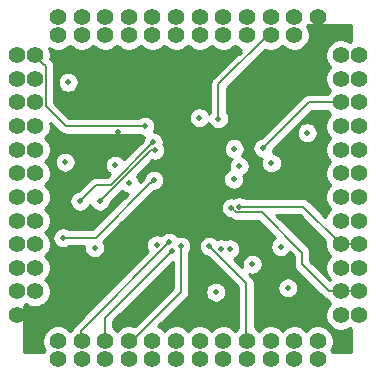
<source format=gbr>
G04 #@! TF.GenerationSoftware,KiCad,Pcbnew,(5.1.4-0-10_14)*
G04 #@! TF.CreationDate,2019-11-16T13:32:52-06:00*
G04 #@! TF.ProjectId,CircuitBrains Deluxe v1_0,43697263-7569-4744-9272-61696e732044,rev?*
G04 #@! TF.SameCoordinates,Original*
G04 #@! TF.FileFunction,Copper,L2,Inr*
G04 #@! TF.FilePolarity,Positive*
%FSLAX46Y46*%
G04 Gerber Fmt 4.6, Leading zero omitted, Abs format (unit mm)*
G04 Created by KiCad (PCBNEW (5.1.4-0-10_14)) date 2019-11-16 13:32:52*
%MOMM*%
%LPD*%
G04 APERTURE LIST*
%ADD10C,1.400000*%
%ADD11C,0.508000*%
%ADD12C,0.152400*%
%ADD13C,0.254000*%
G04 APERTURE END LIST*
D10*
X88650000Y-115400000D03*
X90650000Y-115400000D03*
X92650000Y-115400000D03*
X94650000Y-115400000D03*
X96650000Y-115400000D03*
X98650000Y-115400000D03*
X100650000Y-115400000D03*
X102650000Y-115400000D03*
X104650000Y-115400000D03*
X106650000Y-115400000D03*
X108650000Y-115400000D03*
X88650000Y-113900000D03*
X90650000Y-113900000D03*
X92650000Y-113900000D03*
X94650000Y-113900000D03*
X96650000Y-113900000D03*
X98650000Y-113900000D03*
X100650000Y-113900000D03*
X102650000Y-113900000D03*
X104650000Y-113900000D03*
X106650000Y-113900000D03*
X108650000Y-113900000D03*
X110650000Y-115400000D03*
X110650000Y-113900000D03*
X88650000Y-86500000D03*
X90650000Y-86500000D03*
X92650000Y-86500000D03*
X94650000Y-86500000D03*
X96650000Y-86500000D03*
X98650000Y-86500000D03*
X100650000Y-86500000D03*
X102650000Y-86500000D03*
X104650000Y-86500000D03*
X106650000Y-86500000D03*
X108650000Y-86500000D03*
X88650000Y-88000000D03*
X90650000Y-88000000D03*
X92650000Y-88000000D03*
X94650000Y-88000000D03*
X96650000Y-88000000D03*
X98650000Y-88000000D03*
X100650000Y-88000000D03*
X102650000Y-88000000D03*
X104650000Y-88000000D03*
X106650000Y-88000000D03*
X108650000Y-88000000D03*
X110650000Y-86500000D03*
X114100000Y-111700000D03*
X112600000Y-111700000D03*
X114100000Y-109700000D03*
X112600000Y-109700000D03*
X114100000Y-107700000D03*
X112600000Y-107700000D03*
X114100000Y-105700000D03*
X112600000Y-105700000D03*
X114100000Y-103700000D03*
X112600000Y-103700000D03*
X114100000Y-101700000D03*
X112600000Y-101700000D03*
X114100000Y-99700000D03*
X112600000Y-99700000D03*
X114100000Y-97700000D03*
X112600000Y-97700000D03*
X114100000Y-95700000D03*
X112600000Y-95700000D03*
X114100000Y-93700000D03*
X112600000Y-93700000D03*
X114100000Y-91700000D03*
X112600000Y-91700000D03*
X114100000Y-89700000D03*
X112600000Y-89700000D03*
X85200000Y-89700000D03*
X86700000Y-89700000D03*
X85200000Y-91700000D03*
X86700000Y-91700000D03*
X85200000Y-93700000D03*
X86700000Y-93700000D03*
X85200000Y-95700000D03*
X86700000Y-95700000D03*
X85200000Y-97700000D03*
X86700000Y-97700000D03*
X85200000Y-99700000D03*
X86700000Y-99700000D03*
X85200000Y-101700000D03*
X86700000Y-101700000D03*
X85200000Y-103700000D03*
X86700000Y-103700000D03*
X85200000Y-105700000D03*
X86700000Y-105700000D03*
X85200000Y-109700000D03*
X86700000Y-109700000D03*
X85200000Y-111700000D03*
X85200000Y-107700000D03*
D11*
X103600000Y-104000000D03*
X103750000Y-101500000D03*
X109000000Y-99250000D03*
X101000000Y-96750000D03*
X88500000Y-91000000D03*
X91250000Y-91000000D03*
X96750000Y-99250000D03*
X96000000Y-110500000D03*
X109000000Y-104750000D03*
X108750000Y-101500000D03*
D10*
X86700000Y-111700000D03*
X110650000Y-88000000D03*
D11*
X101100000Y-107300000D03*
X94000000Y-107800000D03*
X93800000Y-106600000D03*
X94100000Y-104000000D03*
X110478094Y-105831857D03*
X105700000Y-111800000D03*
X107100000Y-107300000D03*
X100700000Y-91400000D03*
X104100000Y-89500000D03*
X93700000Y-96200000D03*
X92600000Y-94300000D03*
X104004300Y-102521700D03*
X100625000Y-94983100D03*
X105101000Y-107399000D03*
X93500000Y-99000000D03*
X109750000Y-96250000D03*
X102000000Y-109750000D03*
X97000000Y-105750000D03*
X91750000Y-106000000D03*
X89250000Y-98750000D03*
D10*
X86700000Y-107700000D03*
D11*
X106721675Y-98821675D03*
X89500000Y-92000000D03*
X103995100Y-99081600D03*
X103518000Y-100203500D03*
X96774400Y-100291200D03*
X89064200Y-105156800D03*
X90503600Y-102067200D03*
X96709000Y-97073800D03*
X92187200Y-102055900D03*
X96851800Y-97744500D03*
X102235300Y-95059000D03*
X95997500Y-95706700D03*
X94680400Y-100535300D03*
X98082100Y-105546500D03*
X98276700Y-106255900D03*
X99063500Y-105853500D03*
X107500000Y-105900000D03*
X101466800Y-105872500D03*
X102449000Y-106100000D03*
X103207000Y-106100000D03*
X103326300Y-102612500D03*
X108100000Y-109400000D03*
X103553900Y-97603200D03*
X106001100Y-97573000D03*
D12*
X109371700Y-102521700D02*
X104004300Y-102521700D01*
X113110051Y-105700000D02*
X114100000Y-105700000D01*
X112600000Y-105700000D02*
X113110051Y-105700000D01*
X109421700Y-102521700D02*
X112600000Y-105700000D01*
X109371700Y-102521700D02*
X109421700Y-102521700D01*
X89423410Y-105156800D02*
X89064200Y-105156800D01*
X96774400Y-100291200D02*
X96520401Y-100545199D01*
X96440551Y-100545199D02*
X91828950Y-105156800D01*
X96520401Y-100545199D02*
X96440551Y-100545199D01*
X91828950Y-105156800D02*
X89423410Y-105156800D01*
X96709000Y-97073800D02*
X93099200Y-100683600D01*
X93099200Y-100683600D02*
X91887200Y-100683600D01*
X91887200Y-100683600D02*
X90503600Y-102067200D01*
X96851800Y-97744500D02*
X96498600Y-97744500D01*
X96498600Y-97744500D02*
X92187200Y-102055900D01*
X106600000Y-87800000D02*
X102235300Y-92164700D01*
X102235300Y-92164700D02*
X102235300Y-95059000D01*
X87399999Y-90399999D02*
X86700000Y-89700000D01*
X87628601Y-90628601D02*
X87399999Y-90399999D01*
X87628601Y-94028601D02*
X87628601Y-90628601D01*
X89306700Y-95706700D02*
X87628601Y-94028601D01*
X95997500Y-95706700D02*
X89306700Y-95706700D01*
X98082100Y-105546500D02*
X90600000Y-113028600D01*
X90600000Y-113028600D02*
X90600000Y-114200000D01*
X98276700Y-106255900D02*
X92600000Y-111932600D01*
X92600000Y-111932600D02*
X92600000Y-114200000D01*
X94600000Y-114200000D02*
X99063500Y-109736500D01*
X99063500Y-109736500D02*
X99063500Y-105853500D01*
X104600000Y-114200000D02*
X104600000Y-109005700D01*
X104600000Y-109005700D02*
X101466800Y-105872500D01*
X112600000Y-109700000D02*
X113110051Y-109700000D01*
X113110051Y-109700000D02*
X114100000Y-109700000D01*
X111610051Y-109700000D02*
X112600000Y-109700000D01*
X109317399Y-106417399D02*
X109317399Y-107407348D01*
X103326300Y-102612500D02*
X103718400Y-103004600D01*
X103718400Y-103004600D02*
X105904600Y-103004600D01*
X109317399Y-107407348D02*
X111610051Y-109700000D01*
X105904600Y-103004600D02*
X109317399Y-106417399D01*
X109874100Y-93700000D02*
X112600000Y-93700000D01*
X106001100Y-97573000D02*
X109874100Y-93700000D01*
D13*
G36*
X113490001Y-88507677D02*
G01*
X113467641Y-88516939D01*
X113350000Y-88595544D01*
X113232359Y-88516939D01*
X112989405Y-88416304D01*
X112731486Y-88365000D01*
X112468514Y-88365000D01*
X112210595Y-88416304D01*
X111967641Y-88516939D01*
X111748987Y-88663038D01*
X111563038Y-88848987D01*
X111416939Y-89067641D01*
X111316304Y-89310595D01*
X111265000Y-89568514D01*
X111265000Y-89831486D01*
X111316304Y-90089405D01*
X111416939Y-90332359D01*
X111563038Y-90551013D01*
X111712025Y-90700000D01*
X111563038Y-90848987D01*
X111416939Y-91067641D01*
X111316304Y-91310595D01*
X111265000Y-91568514D01*
X111265000Y-91831486D01*
X111316304Y-92089405D01*
X111416939Y-92332359D01*
X111563038Y-92551013D01*
X111712025Y-92700000D01*
X111563038Y-92848987D01*
X111469619Y-92988800D01*
X109909025Y-92988800D01*
X109874099Y-92985360D01*
X109839173Y-92988800D01*
X109839164Y-92988800D01*
X109734680Y-92999091D01*
X109600619Y-93039758D01*
X109477067Y-93105798D01*
X109368773Y-93194673D01*
X109346503Y-93221809D01*
X105877055Y-96691257D01*
X105741788Y-96718164D01*
X105580001Y-96785179D01*
X105434396Y-96882469D01*
X105310569Y-97006296D01*
X105213279Y-97151901D01*
X105146264Y-97313688D01*
X105112100Y-97485441D01*
X105112100Y-97660559D01*
X105146264Y-97832312D01*
X105213279Y-97994099D01*
X105310569Y-98139704D01*
X105434396Y-98263531D01*
X105580001Y-98360821D01*
X105741788Y-98427836D01*
X105908802Y-98461057D01*
X105866839Y-98562363D01*
X105832675Y-98734116D01*
X105832675Y-98909234D01*
X105866839Y-99080987D01*
X105933854Y-99242774D01*
X106031144Y-99388379D01*
X106154971Y-99512206D01*
X106300576Y-99609496D01*
X106462363Y-99676511D01*
X106634116Y-99710675D01*
X106809234Y-99710675D01*
X106980987Y-99676511D01*
X107142774Y-99609496D01*
X107288379Y-99512206D01*
X107412206Y-99388379D01*
X107509496Y-99242774D01*
X107576511Y-99080987D01*
X107610675Y-98909234D01*
X107610675Y-98734116D01*
X107576511Y-98562363D01*
X107509496Y-98400576D01*
X107412206Y-98254971D01*
X107288379Y-98131144D01*
X107142774Y-98033854D01*
X106980987Y-97966839D01*
X106813973Y-97933618D01*
X106855936Y-97832312D01*
X106882843Y-97697045D01*
X108417447Y-96162441D01*
X108861000Y-96162441D01*
X108861000Y-96337559D01*
X108895164Y-96509312D01*
X108962179Y-96671099D01*
X109059469Y-96816704D01*
X109183296Y-96940531D01*
X109328901Y-97037821D01*
X109490688Y-97104836D01*
X109662441Y-97139000D01*
X109837559Y-97139000D01*
X110009312Y-97104836D01*
X110171099Y-97037821D01*
X110316704Y-96940531D01*
X110440531Y-96816704D01*
X110537821Y-96671099D01*
X110604836Y-96509312D01*
X110639000Y-96337559D01*
X110639000Y-96162441D01*
X110604836Y-95990688D01*
X110537821Y-95828901D01*
X110440531Y-95683296D01*
X110316704Y-95559469D01*
X110171099Y-95462179D01*
X110009312Y-95395164D01*
X109837559Y-95361000D01*
X109662441Y-95361000D01*
X109490688Y-95395164D01*
X109328901Y-95462179D01*
X109183296Y-95559469D01*
X109059469Y-95683296D01*
X108962179Y-95828901D01*
X108895164Y-95990688D01*
X108861000Y-96162441D01*
X108417447Y-96162441D01*
X110168688Y-94411200D01*
X111469619Y-94411200D01*
X111563038Y-94551013D01*
X111712025Y-94700000D01*
X111563038Y-94848987D01*
X111416939Y-95067641D01*
X111316304Y-95310595D01*
X111265000Y-95568514D01*
X111265000Y-95831486D01*
X111316304Y-96089405D01*
X111416939Y-96332359D01*
X111563038Y-96551013D01*
X111712025Y-96700000D01*
X111563038Y-96848987D01*
X111416939Y-97067641D01*
X111316304Y-97310595D01*
X111265000Y-97568514D01*
X111265000Y-97831486D01*
X111316304Y-98089405D01*
X111416939Y-98332359D01*
X111563038Y-98551013D01*
X111712025Y-98700000D01*
X111563038Y-98848987D01*
X111416939Y-99067641D01*
X111316304Y-99310595D01*
X111265000Y-99568514D01*
X111265000Y-99831486D01*
X111316304Y-100089405D01*
X111416939Y-100332359D01*
X111563038Y-100551013D01*
X111712025Y-100700000D01*
X111563038Y-100848987D01*
X111416939Y-101067641D01*
X111316304Y-101310595D01*
X111265000Y-101568514D01*
X111265000Y-101831486D01*
X111316304Y-102089405D01*
X111416939Y-102332359D01*
X111563038Y-102551013D01*
X111712025Y-102700000D01*
X111563038Y-102848987D01*
X111416939Y-103067641D01*
X111316304Y-103310595D01*
X111299726Y-103393938D01*
X109949302Y-102043515D01*
X109927027Y-102016373D01*
X109818733Y-101927498D01*
X109695181Y-101861458D01*
X109561120Y-101820791D01*
X109456636Y-101810500D01*
X109456626Y-101810500D01*
X109421700Y-101807060D01*
X109386774Y-101810500D01*
X104540071Y-101810500D01*
X104425399Y-101733879D01*
X104263612Y-101666864D01*
X104091859Y-101632700D01*
X103916741Y-101632700D01*
X103744988Y-101666864D01*
X103583201Y-101733879D01*
X103556323Y-101751838D01*
X103413859Y-101723500D01*
X103238741Y-101723500D01*
X103066988Y-101757664D01*
X102905201Y-101824679D01*
X102759596Y-101921969D01*
X102635769Y-102045796D01*
X102538479Y-102191401D01*
X102471464Y-102353188D01*
X102437300Y-102524941D01*
X102437300Y-102700059D01*
X102471464Y-102871812D01*
X102538479Y-103033599D01*
X102635769Y-103179204D01*
X102759596Y-103303031D01*
X102905201Y-103400321D01*
X103066988Y-103467336D01*
X103199800Y-103493754D01*
X103213073Y-103509927D01*
X103321367Y-103598802D01*
X103444919Y-103664842D01*
X103578980Y-103705509D01*
X103683464Y-103715800D01*
X103683473Y-103715800D01*
X103718399Y-103719240D01*
X103753325Y-103715800D01*
X105610013Y-103715800D01*
X107035434Y-105141222D01*
X106933296Y-105209469D01*
X106809469Y-105333296D01*
X106712179Y-105478901D01*
X106645164Y-105640688D01*
X106611000Y-105812441D01*
X106611000Y-105987559D01*
X106645164Y-106159312D01*
X106712179Y-106321099D01*
X106809469Y-106466704D01*
X106933296Y-106590531D01*
X107078901Y-106687821D01*
X107240688Y-106754836D01*
X107412441Y-106789000D01*
X107587559Y-106789000D01*
X107759312Y-106754836D01*
X107921099Y-106687821D01*
X108066704Y-106590531D01*
X108190531Y-106466704D01*
X108258777Y-106364566D01*
X108606199Y-106711988D01*
X108606200Y-107372413D01*
X108602759Y-107407348D01*
X108616491Y-107546767D01*
X108657158Y-107680829D01*
X108723197Y-107804380D01*
X108789802Y-107885538D01*
X108812073Y-107912675D01*
X108839209Y-107934945D01*
X111082458Y-110178196D01*
X111104724Y-110205327D01*
X111131855Y-110227593D01*
X111131860Y-110227598D01*
X111213018Y-110294202D01*
X111336569Y-110360242D01*
X111456894Y-110396742D01*
X111460737Y-110397908D01*
X111563038Y-110551013D01*
X111712025Y-110700000D01*
X111563038Y-110848987D01*
X111416939Y-111067641D01*
X111316304Y-111310595D01*
X111265000Y-111568514D01*
X111265000Y-111831486D01*
X111316304Y-112089405D01*
X111416939Y-112332359D01*
X111563038Y-112551013D01*
X111748987Y-112736962D01*
X111967641Y-112883061D01*
X112210595Y-112983696D01*
X112468514Y-113035000D01*
X112731486Y-113035000D01*
X112989405Y-112983696D01*
X113232359Y-112883061D01*
X113350000Y-112804456D01*
X113467641Y-112883061D01*
X113490000Y-112892322D01*
X113490000Y-114790000D01*
X111842322Y-114790000D01*
X111833061Y-114767641D01*
X111754456Y-114650000D01*
X111833061Y-114532359D01*
X111933696Y-114289405D01*
X111985000Y-114031486D01*
X111985000Y-113768514D01*
X111933696Y-113510595D01*
X111833061Y-113267641D01*
X111686962Y-113048987D01*
X111501013Y-112863038D01*
X111282359Y-112716939D01*
X111039405Y-112616304D01*
X110781486Y-112565000D01*
X110518514Y-112565000D01*
X110260595Y-112616304D01*
X110017641Y-112716939D01*
X109798987Y-112863038D01*
X109650000Y-113012025D01*
X109501013Y-112863038D01*
X109282359Y-112716939D01*
X109039405Y-112616304D01*
X108781486Y-112565000D01*
X108518514Y-112565000D01*
X108260595Y-112616304D01*
X108017641Y-112716939D01*
X107798987Y-112863038D01*
X107650000Y-113012025D01*
X107501013Y-112863038D01*
X107282359Y-112716939D01*
X107039405Y-112616304D01*
X106781486Y-112565000D01*
X106518514Y-112565000D01*
X106260595Y-112616304D01*
X106017641Y-112716939D01*
X105798987Y-112863038D01*
X105650000Y-113012025D01*
X105501013Y-112863038D01*
X105311200Y-112736210D01*
X105311200Y-109312441D01*
X107211000Y-109312441D01*
X107211000Y-109487559D01*
X107245164Y-109659312D01*
X107312179Y-109821099D01*
X107409469Y-109966704D01*
X107533296Y-110090531D01*
X107678901Y-110187821D01*
X107840688Y-110254836D01*
X108012441Y-110289000D01*
X108187559Y-110289000D01*
X108359312Y-110254836D01*
X108521099Y-110187821D01*
X108666704Y-110090531D01*
X108790531Y-109966704D01*
X108887821Y-109821099D01*
X108954836Y-109659312D01*
X108989000Y-109487559D01*
X108989000Y-109312441D01*
X108954836Y-109140688D01*
X108887821Y-108978901D01*
X108790531Y-108833296D01*
X108666704Y-108709469D01*
X108521099Y-108612179D01*
X108359312Y-108545164D01*
X108187559Y-108511000D01*
X108012441Y-108511000D01*
X107840688Y-108545164D01*
X107678901Y-108612179D01*
X107533296Y-108709469D01*
X107409469Y-108833296D01*
X107312179Y-108978901D01*
X107245164Y-109140688D01*
X107211000Y-109312441D01*
X105311200Y-109312441D01*
X105311200Y-109040628D01*
X105314640Y-109005700D01*
X105311200Y-108970771D01*
X105311200Y-108970764D01*
X105300909Y-108866280D01*
X105260242Y-108732219D01*
X105194202Y-108608667D01*
X105105327Y-108500373D01*
X105078191Y-108478103D01*
X104856962Y-108256874D01*
X105013441Y-108288000D01*
X105188559Y-108288000D01*
X105360312Y-108253836D01*
X105522099Y-108186821D01*
X105667704Y-108089531D01*
X105791531Y-107965704D01*
X105888821Y-107820099D01*
X105955836Y-107658312D01*
X105990000Y-107486559D01*
X105990000Y-107311441D01*
X105955836Y-107139688D01*
X105888821Y-106977901D01*
X105791531Y-106832296D01*
X105667704Y-106708469D01*
X105522099Y-106611179D01*
X105360312Y-106544164D01*
X105188559Y-106510000D01*
X105013441Y-106510000D01*
X104841688Y-106544164D01*
X104679901Y-106611179D01*
X104534296Y-106708469D01*
X104410469Y-106832296D01*
X104313179Y-106977901D01*
X104246164Y-107139688D01*
X104212000Y-107311441D01*
X104212000Y-107486559D01*
X104243126Y-107643038D01*
X103528970Y-106928882D01*
X103628099Y-106887821D01*
X103773704Y-106790531D01*
X103897531Y-106666704D01*
X103994821Y-106521099D01*
X104061836Y-106359312D01*
X104096000Y-106187559D01*
X104096000Y-106012441D01*
X104061836Y-105840688D01*
X103994821Y-105678901D01*
X103897531Y-105533296D01*
X103773704Y-105409469D01*
X103628099Y-105312179D01*
X103466312Y-105245164D01*
X103294559Y-105211000D01*
X103119441Y-105211000D01*
X102947688Y-105245164D01*
X102828000Y-105294741D01*
X102708312Y-105245164D01*
X102536559Y-105211000D01*
X102361441Y-105211000D01*
X102189688Y-105245164D01*
X102123935Y-105272400D01*
X102033504Y-105181969D01*
X101887899Y-105084679D01*
X101726112Y-105017664D01*
X101554359Y-104983500D01*
X101379241Y-104983500D01*
X101207488Y-105017664D01*
X101045701Y-105084679D01*
X100900096Y-105181969D01*
X100776269Y-105305796D01*
X100678979Y-105451401D01*
X100611964Y-105613188D01*
X100577800Y-105784941D01*
X100577800Y-105960059D01*
X100611964Y-106131812D01*
X100678979Y-106293599D01*
X100776269Y-106439204D01*
X100900096Y-106563031D01*
X101045701Y-106660321D01*
X101207488Y-106727336D01*
X101342755Y-106754243D01*
X103888801Y-109300289D01*
X103888800Y-112803027D01*
X103798987Y-112863038D01*
X103650000Y-113012025D01*
X103501013Y-112863038D01*
X103282359Y-112716939D01*
X103039405Y-112616304D01*
X102781486Y-112565000D01*
X102518514Y-112565000D01*
X102260595Y-112616304D01*
X102017641Y-112716939D01*
X101798987Y-112863038D01*
X101650000Y-113012025D01*
X101501013Y-112863038D01*
X101282359Y-112716939D01*
X101039405Y-112616304D01*
X100781486Y-112565000D01*
X100518514Y-112565000D01*
X100260595Y-112616304D01*
X100017641Y-112716939D01*
X99798987Y-112863038D01*
X99650000Y-113012025D01*
X99501013Y-112863038D01*
X99282359Y-112716939D01*
X99039405Y-112616304D01*
X98781486Y-112565000D01*
X98518514Y-112565000D01*
X98260595Y-112616304D01*
X98017641Y-112716939D01*
X97798987Y-112863038D01*
X97650000Y-113012025D01*
X97501013Y-112863038D01*
X97282359Y-112716939D01*
X97145527Y-112660261D01*
X99541701Y-110264088D01*
X99568826Y-110241827D01*
X99591088Y-110214701D01*
X99591097Y-110214692D01*
X99657702Y-110133533D01*
X99723741Y-110009982D01*
X99723742Y-110009981D01*
X99764409Y-109875920D01*
X99774700Y-109771436D01*
X99774700Y-109771427D01*
X99778140Y-109736501D01*
X99774700Y-109701575D01*
X99774700Y-109662441D01*
X101111000Y-109662441D01*
X101111000Y-109837559D01*
X101145164Y-110009312D01*
X101212179Y-110171099D01*
X101309469Y-110316704D01*
X101433296Y-110440531D01*
X101578901Y-110537821D01*
X101740688Y-110604836D01*
X101912441Y-110639000D01*
X102087559Y-110639000D01*
X102259312Y-110604836D01*
X102421099Y-110537821D01*
X102566704Y-110440531D01*
X102690531Y-110316704D01*
X102787821Y-110171099D01*
X102854836Y-110009312D01*
X102889000Y-109837559D01*
X102889000Y-109662441D01*
X102854836Y-109490688D01*
X102787821Y-109328901D01*
X102690531Y-109183296D01*
X102566704Y-109059469D01*
X102421099Y-108962179D01*
X102259312Y-108895164D01*
X102087559Y-108861000D01*
X101912441Y-108861000D01*
X101740688Y-108895164D01*
X101578901Y-108962179D01*
X101433296Y-109059469D01*
X101309469Y-109183296D01*
X101212179Y-109328901D01*
X101145164Y-109490688D01*
X101111000Y-109662441D01*
X99774700Y-109662441D01*
X99774700Y-106389271D01*
X99851321Y-106274599D01*
X99918336Y-106112812D01*
X99952500Y-105941059D01*
X99952500Y-105765941D01*
X99918336Y-105594188D01*
X99851321Y-105432401D01*
X99754031Y-105286796D01*
X99630204Y-105162969D01*
X99484599Y-105065679D01*
X99322812Y-104998664D01*
X99151059Y-104964500D01*
X98975941Y-104964500D01*
X98804188Y-104998664D01*
X98789346Y-105004812D01*
X98772631Y-104979796D01*
X98648804Y-104855969D01*
X98503199Y-104758679D01*
X98341412Y-104691664D01*
X98169659Y-104657500D01*
X97994541Y-104657500D01*
X97822788Y-104691664D01*
X97661001Y-104758679D01*
X97515396Y-104855969D01*
X97412675Y-104958690D01*
X97259312Y-104895164D01*
X97087559Y-104861000D01*
X96912441Y-104861000D01*
X96740688Y-104895164D01*
X96578901Y-104962179D01*
X96433296Y-105059469D01*
X96309469Y-105183296D01*
X96212179Y-105328901D01*
X96145164Y-105490688D01*
X96111000Y-105662441D01*
X96111000Y-105837559D01*
X96145164Y-106009312D01*
X96212179Y-106171099D01*
X96308123Y-106314689D01*
X90121811Y-112501002D01*
X90094673Y-112523274D01*
X90005798Y-112631568D01*
X89939758Y-112755120D01*
X89934485Y-112772501D01*
X89798987Y-112863038D01*
X89650000Y-113012025D01*
X89501013Y-112863038D01*
X89282359Y-112716939D01*
X89039405Y-112616304D01*
X88781486Y-112565000D01*
X88518514Y-112565000D01*
X88260595Y-112616304D01*
X88017641Y-112716939D01*
X87798987Y-112863038D01*
X87613038Y-113048987D01*
X87466939Y-113267641D01*
X87366304Y-113510595D01*
X87315000Y-113768514D01*
X87315000Y-114031486D01*
X87366304Y-114289405D01*
X87466939Y-114532359D01*
X87545544Y-114650000D01*
X87466939Y-114767641D01*
X87457678Y-114790000D01*
X85810000Y-114790000D01*
X85810000Y-110892322D01*
X85832359Y-110883061D01*
X85950000Y-110804456D01*
X86067641Y-110883061D01*
X86310595Y-110983696D01*
X86568514Y-111035000D01*
X86831486Y-111035000D01*
X87089405Y-110983696D01*
X87332359Y-110883061D01*
X87551013Y-110736962D01*
X87736962Y-110551013D01*
X87883061Y-110332359D01*
X87983696Y-110089405D01*
X88035000Y-109831486D01*
X88035000Y-109568514D01*
X87983696Y-109310595D01*
X87883061Y-109067641D01*
X87736962Y-108848987D01*
X87587975Y-108700000D01*
X87736962Y-108551013D01*
X87883061Y-108332359D01*
X87983696Y-108089405D01*
X88035000Y-107831486D01*
X88035000Y-107568514D01*
X87983696Y-107310595D01*
X87883061Y-107067641D01*
X87736962Y-106848987D01*
X87587975Y-106700000D01*
X87736962Y-106551013D01*
X87883061Y-106332359D01*
X87983696Y-106089405D01*
X88035000Y-105831486D01*
X88035000Y-105568514D01*
X87983696Y-105310595D01*
X87883061Y-105067641D01*
X87736962Y-104848987D01*
X87587975Y-104700000D01*
X87736962Y-104551013D01*
X87883061Y-104332359D01*
X87983696Y-104089405D01*
X88035000Y-103831486D01*
X88035000Y-103568514D01*
X87983696Y-103310595D01*
X87883061Y-103067641D01*
X87736962Y-102848987D01*
X87587975Y-102700000D01*
X87736962Y-102551013D01*
X87883061Y-102332359D01*
X87983696Y-102089405D01*
X88035000Y-101831486D01*
X88035000Y-101568514D01*
X87983696Y-101310595D01*
X87883061Y-101067641D01*
X87736962Y-100848987D01*
X87587975Y-100700000D01*
X87736962Y-100551013D01*
X87883061Y-100332359D01*
X87983696Y-100089405D01*
X88035000Y-99831486D01*
X88035000Y-99568514D01*
X87983696Y-99310595D01*
X87883061Y-99067641D01*
X87736962Y-98848987D01*
X87587975Y-98700000D01*
X87625534Y-98662441D01*
X88361000Y-98662441D01*
X88361000Y-98837559D01*
X88395164Y-99009312D01*
X88462179Y-99171099D01*
X88559469Y-99316704D01*
X88683296Y-99440531D01*
X88828901Y-99537821D01*
X88990688Y-99604836D01*
X89162441Y-99639000D01*
X89337559Y-99639000D01*
X89509312Y-99604836D01*
X89671099Y-99537821D01*
X89816704Y-99440531D01*
X89940531Y-99316704D01*
X90037821Y-99171099D01*
X90104836Y-99009312D01*
X90139000Y-98837559D01*
X90139000Y-98662441D01*
X90104836Y-98490688D01*
X90037821Y-98328901D01*
X89940531Y-98183296D01*
X89816704Y-98059469D01*
X89671099Y-97962179D01*
X89509312Y-97895164D01*
X89337559Y-97861000D01*
X89162441Y-97861000D01*
X88990688Y-97895164D01*
X88828901Y-97962179D01*
X88683296Y-98059469D01*
X88559469Y-98183296D01*
X88462179Y-98328901D01*
X88395164Y-98490688D01*
X88361000Y-98662441D01*
X87625534Y-98662441D01*
X87736962Y-98551013D01*
X87883061Y-98332359D01*
X87983696Y-98089405D01*
X88035000Y-97831486D01*
X88035000Y-97568514D01*
X87983696Y-97310595D01*
X87883061Y-97067641D01*
X87736962Y-96848987D01*
X87587975Y-96700000D01*
X87736962Y-96551013D01*
X87883061Y-96332359D01*
X87983696Y-96089405D01*
X88035000Y-95831486D01*
X88035000Y-95568514D01*
X88003285Y-95409073D01*
X88779107Y-96184896D01*
X88801373Y-96212027D01*
X88828504Y-96234293D01*
X88828508Y-96234297D01*
X88891483Y-96285979D01*
X88909667Y-96300902D01*
X89033219Y-96366942D01*
X89167280Y-96407609D01*
X89271764Y-96417900D01*
X89271773Y-96417900D01*
X89306699Y-96421340D01*
X89341625Y-96417900D01*
X95461729Y-96417900D01*
X95576401Y-96494521D01*
X95738188Y-96561536D01*
X95909941Y-96595700D01*
X95959266Y-96595700D01*
X95921179Y-96652701D01*
X95854164Y-96814488D01*
X95827258Y-96949754D01*
X94251888Y-98525124D01*
X94190531Y-98433296D01*
X94066704Y-98309469D01*
X93921099Y-98212179D01*
X93759312Y-98145164D01*
X93587559Y-98111000D01*
X93412441Y-98111000D01*
X93240688Y-98145164D01*
X93078901Y-98212179D01*
X92933296Y-98309469D01*
X92809469Y-98433296D01*
X92712179Y-98578901D01*
X92645164Y-98740688D01*
X92611000Y-98912441D01*
X92611000Y-99087559D01*
X92645164Y-99259312D01*
X92712179Y-99421099D01*
X92809469Y-99566704D01*
X92933296Y-99690531D01*
X93025124Y-99751889D01*
X92804613Y-99972400D01*
X91922128Y-99972400D01*
X91887200Y-99968960D01*
X91852271Y-99972400D01*
X91852264Y-99972400D01*
X91747780Y-99982691D01*
X91613719Y-100023358D01*
X91490167Y-100089398D01*
X91381873Y-100178273D01*
X91359603Y-100205409D01*
X90379555Y-101185458D01*
X90244288Y-101212364D01*
X90082501Y-101279379D01*
X89936896Y-101376669D01*
X89813069Y-101500496D01*
X89715779Y-101646101D01*
X89648764Y-101807888D01*
X89614600Y-101979641D01*
X89614600Y-102154759D01*
X89648764Y-102326512D01*
X89715779Y-102488299D01*
X89813069Y-102633904D01*
X89936896Y-102757731D01*
X90082501Y-102855021D01*
X90244288Y-102922036D01*
X90416041Y-102956200D01*
X90591159Y-102956200D01*
X90762912Y-102922036D01*
X90924699Y-102855021D01*
X91070304Y-102757731D01*
X91194131Y-102633904D01*
X91291421Y-102488299D01*
X91347740Y-102352333D01*
X91399379Y-102476999D01*
X91496669Y-102622604D01*
X91620496Y-102746431D01*
X91766101Y-102843721D01*
X91927888Y-102910736D01*
X92099641Y-102944900D01*
X92274759Y-102944900D01*
X92446512Y-102910736D01*
X92608299Y-102843721D01*
X92753904Y-102746431D01*
X92877731Y-102622604D01*
X92975021Y-102476999D01*
X93042036Y-102315212D01*
X93068943Y-102179945D01*
X94068376Y-101180511D01*
X94113696Y-101225831D01*
X94259301Y-101323121D01*
X94421088Y-101390136D01*
X94561830Y-101418132D01*
X91534363Y-104445600D01*
X89599971Y-104445600D01*
X89485299Y-104368979D01*
X89323512Y-104301964D01*
X89151759Y-104267800D01*
X88976641Y-104267800D01*
X88804888Y-104301964D01*
X88643101Y-104368979D01*
X88497496Y-104466269D01*
X88373669Y-104590096D01*
X88276379Y-104735701D01*
X88209364Y-104897488D01*
X88175200Y-105069241D01*
X88175200Y-105244359D01*
X88209364Y-105416112D01*
X88276379Y-105577899D01*
X88373669Y-105723504D01*
X88497496Y-105847331D01*
X88643101Y-105944621D01*
X88804888Y-106011636D01*
X88976641Y-106045800D01*
X89151759Y-106045800D01*
X89323512Y-106011636D01*
X89485299Y-105944621D01*
X89599971Y-105868000D01*
X90869840Y-105868000D01*
X90861000Y-105912441D01*
X90861000Y-106087559D01*
X90895164Y-106259312D01*
X90962179Y-106421099D01*
X91059469Y-106566704D01*
X91183296Y-106690531D01*
X91328901Y-106787821D01*
X91490688Y-106854836D01*
X91662441Y-106889000D01*
X91837559Y-106889000D01*
X92009312Y-106854836D01*
X92171099Y-106787821D01*
X92316704Y-106690531D01*
X92440531Y-106566704D01*
X92537821Y-106421099D01*
X92604836Y-106259312D01*
X92639000Y-106087559D01*
X92639000Y-105912441D01*
X92604836Y-105740688D01*
X92537821Y-105578901D01*
X92487679Y-105503858D01*
X96782708Y-101208830D01*
X96793882Y-101205441D01*
X96841105Y-101180200D01*
X96861959Y-101180200D01*
X97033712Y-101146036D01*
X97195499Y-101079021D01*
X97341104Y-100981731D01*
X97464931Y-100857904D01*
X97562221Y-100712299D01*
X97629236Y-100550512D01*
X97663400Y-100378759D01*
X97663400Y-100203641D01*
X97645956Y-100115941D01*
X102629000Y-100115941D01*
X102629000Y-100291059D01*
X102663164Y-100462812D01*
X102730179Y-100624599D01*
X102827469Y-100770204D01*
X102951296Y-100894031D01*
X103096901Y-100991321D01*
X103258688Y-101058336D01*
X103430441Y-101092500D01*
X103605559Y-101092500D01*
X103777312Y-101058336D01*
X103939099Y-100991321D01*
X104084704Y-100894031D01*
X104208531Y-100770204D01*
X104305821Y-100624599D01*
X104372836Y-100462812D01*
X104407000Y-100291059D01*
X104407000Y-100115941D01*
X104372836Y-99944188D01*
X104352752Y-99895702D01*
X104416199Y-99869421D01*
X104561804Y-99772131D01*
X104685631Y-99648304D01*
X104782921Y-99502699D01*
X104849936Y-99340912D01*
X104884100Y-99169159D01*
X104884100Y-98994041D01*
X104849936Y-98822288D01*
X104782921Y-98660501D01*
X104685631Y-98514896D01*
X104561804Y-98391069D01*
X104416199Y-98293779D01*
X104254412Y-98226764D01*
X104198661Y-98215674D01*
X104244431Y-98169904D01*
X104341721Y-98024299D01*
X104408736Y-97862512D01*
X104442900Y-97690759D01*
X104442900Y-97515641D01*
X104408736Y-97343888D01*
X104341721Y-97182101D01*
X104244431Y-97036496D01*
X104120604Y-96912669D01*
X103974999Y-96815379D01*
X103813212Y-96748364D01*
X103641459Y-96714200D01*
X103466341Y-96714200D01*
X103294588Y-96748364D01*
X103132801Y-96815379D01*
X102987196Y-96912669D01*
X102863369Y-97036496D01*
X102766079Y-97182101D01*
X102699064Y-97343888D01*
X102664900Y-97515641D01*
X102664900Y-97690759D01*
X102699064Y-97862512D01*
X102766079Y-98024299D01*
X102863369Y-98169904D01*
X102987196Y-98293731D01*
X103132801Y-98391021D01*
X103294588Y-98458036D01*
X103350339Y-98469126D01*
X103304569Y-98514896D01*
X103207279Y-98660501D01*
X103140264Y-98822288D01*
X103106100Y-98994041D01*
X103106100Y-99169159D01*
X103140264Y-99340912D01*
X103160348Y-99389398D01*
X103096901Y-99415679D01*
X102951296Y-99512969D01*
X102827469Y-99636796D01*
X102730179Y-99782401D01*
X102663164Y-99944188D01*
X102629000Y-100115941D01*
X97645956Y-100115941D01*
X97629236Y-100031888D01*
X97562221Y-99870101D01*
X97464931Y-99724496D01*
X97341104Y-99600669D01*
X97195499Y-99503379D01*
X97033712Y-99436364D01*
X96861959Y-99402200D01*
X96686841Y-99402200D01*
X96515088Y-99436364D01*
X96353301Y-99503379D01*
X96207696Y-99600669D01*
X96083869Y-99724496D01*
X95986579Y-99870101D01*
X95919564Y-100031888D01*
X95912485Y-100067476D01*
X95563231Y-100416730D01*
X95535236Y-100275988D01*
X95468221Y-100114201D01*
X95370931Y-99968596D01*
X95325612Y-99923277D01*
X96640085Y-98608804D01*
X96764241Y-98633500D01*
X96939359Y-98633500D01*
X97111112Y-98599336D01*
X97272899Y-98532321D01*
X97418504Y-98435031D01*
X97542331Y-98311204D01*
X97639621Y-98165599D01*
X97706636Y-98003812D01*
X97740800Y-97832059D01*
X97740800Y-97656941D01*
X97706636Y-97485188D01*
X97639621Y-97323401D01*
X97582710Y-97238227D01*
X97598000Y-97161359D01*
X97598000Y-96986241D01*
X97563836Y-96814488D01*
X97496821Y-96652701D01*
X97399531Y-96507096D01*
X97275704Y-96383269D01*
X97130099Y-96285979D01*
X96968312Y-96218964D01*
X96796559Y-96184800D01*
X96747234Y-96184800D01*
X96785321Y-96127799D01*
X96852336Y-95966012D01*
X96886500Y-95794259D01*
X96886500Y-95619141D01*
X96852336Y-95447388D01*
X96785321Y-95285601D01*
X96688031Y-95139996D01*
X96564204Y-95016169D01*
X96418599Y-94918879D01*
X96256812Y-94851864D01*
X96085059Y-94817700D01*
X95909941Y-94817700D01*
X95738188Y-94851864D01*
X95576401Y-94918879D01*
X95461729Y-94995500D01*
X89601289Y-94995500D01*
X88339801Y-93734014D01*
X88339801Y-91912441D01*
X88611000Y-91912441D01*
X88611000Y-92087559D01*
X88645164Y-92259312D01*
X88712179Y-92421099D01*
X88809469Y-92566704D01*
X88933296Y-92690531D01*
X89078901Y-92787821D01*
X89240688Y-92854836D01*
X89412441Y-92889000D01*
X89587559Y-92889000D01*
X89759312Y-92854836D01*
X89921099Y-92787821D01*
X90066704Y-92690531D01*
X90190531Y-92566704D01*
X90287821Y-92421099D01*
X90354836Y-92259312D01*
X90389000Y-92087559D01*
X90389000Y-91912441D01*
X90354836Y-91740688D01*
X90287821Y-91578901D01*
X90190531Y-91433296D01*
X90066704Y-91309469D01*
X89921099Y-91212179D01*
X89759312Y-91145164D01*
X89587559Y-91111000D01*
X89412441Y-91111000D01*
X89240688Y-91145164D01*
X89078901Y-91212179D01*
X88933296Y-91309469D01*
X88809469Y-91433296D01*
X88712179Y-91578901D01*
X88645164Y-91740688D01*
X88611000Y-91912441D01*
X88339801Y-91912441D01*
X88339801Y-90663526D01*
X88343241Y-90628600D01*
X88339801Y-90593674D01*
X88339801Y-90593665D01*
X88329510Y-90489181D01*
X88288843Y-90355120D01*
X88222803Y-90231568D01*
X88133928Y-90123274D01*
X88106786Y-90100999D01*
X88002195Y-89996408D01*
X88035000Y-89831486D01*
X88035000Y-89568514D01*
X87983696Y-89310595D01*
X87897664Y-89102895D01*
X88017641Y-89183061D01*
X88260595Y-89283696D01*
X88518514Y-89335000D01*
X88781486Y-89335000D01*
X89039405Y-89283696D01*
X89282359Y-89183061D01*
X89501013Y-89036962D01*
X89650000Y-88887975D01*
X89798987Y-89036962D01*
X90017641Y-89183061D01*
X90260595Y-89283696D01*
X90518514Y-89335000D01*
X90781486Y-89335000D01*
X91039405Y-89283696D01*
X91282359Y-89183061D01*
X91501013Y-89036962D01*
X91650000Y-88887975D01*
X91798987Y-89036962D01*
X92017641Y-89183061D01*
X92260595Y-89283696D01*
X92518514Y-89335000D01*
X92781486Y-89335000D01*
X93039405Y-89283696D01*
X93282359Y-89183061D01*
X93501013Y-89036962D01*
X93650000Y-88887975D01*
X93798987Y-89036962D01*
X94017641Y-89183061D01*
X94260595Y-89283696D01*
X94518514Y-89335000D01*
X94781486Y-89335000D01*
X95039405Y-89283696D01*
X95282359Y-89183061D01*
X95501013Y-89036962D01*
X95650000Y-88887975D01*
X95798987Y-89036962D01*
X96017641Y-89183061D01*
X96260595Y-89283696D01*
X96518514Y-89335000D01*
X96781486Y-89335000D01*
X97039405Y-89283696D01*
X97282359Y-89183061D01*
X97501013Y-89036962D01*
X97650000Y-88887975D01*
X97798987Y-89036962D01*
X98017641Y-89183061D01*
X98260595Y-89283696D01*
X98518514Y-89335000D01*
X98781486Y-89335000D01*
X99039405Y-89283696D01*
X99282359Y-89183061D01*
X99501013Y-89036962D01*
X99650000Y-88887975D01*
X99798987Y-89036962D01*
X100017641Y-89183061D01*
X100260595Y-89283696D01*
X100518514Y-89335000D01*
X100781486Y-89335000D01*
X101039405Y-89283696D01*
X101282359Y-89183061D01*
X101501013Y-89036962D01*
X101650000Y-88887975D01*
X101798987Y-89036962D01*
X102017641Y-89183061D01*
X102260595Y-89283696D01*
X102518514Y-89335000D01*
X102781486Y-89335000D01*
X103039405Y-89283696D01*
X103282359Y-89183061D01*
X103501013Y-89036962D01*
X103650000Y-88887975D01*
X103798987Y-89036962D01*
X104017641Y-89183061D01*
X104154473Y-89239739D01*
X101757111Y-91637102D01*
X101729973Y-91659374D01*
X101641098Y-91767668D01*
X101575058Y-91891220D01*
X101534391Y-92025281D01*
X101524100Y-92129765D01*
X101524100Y-92129774D01*
X101520660Y-92164700D01*
X101524100Y-92199626D01*
X101524101Y-94523228D01*
X101447479Y-94637901D01*
X101445870Y-94641787D01*
X101412821Y-94562001D01*
X101315531Y-94416396D01*
X101191704Y-94292569D01*
X101046099Y-94195279D01*
X100884312Y-94128264D01*
X100712559Y-94094100D01*
X100537441Y-94094100D01*
X100365688Y-94128264D01*
X100203901Y-94195279D01*
X100058296Y-94292569D01*
X99934469Y-94416396D01*
X99837179Y-94562001D01*
X99770164Y-94723788D01*
X99736000Y-94895541D01*
X99736000Y-95070659D01*
X99770164Y-95242412D01*
X99837179Y-95404199D01*
X99934469Y-95549804D01*
X100058296Y-95673631D01*
X100203901Y-95770921D01*
X100365688Y-95837936D01*
X100537441Y-95872100D01*
X100712559Y-95872100D01*
X100884312Y-95837936D01*
X101046099Y-95770921D01*
X101191704Y-95673631D01*
X101315531Y-95549804D01*
X101412821Y-95404199D01*
X101414430Y-95400313D01*
X101447479Y-95480099D01*
X101544769Y-95625704D01*
X101668596Y-95749531D01*
X101814201Y-95846821D01*
X101975988Y-95913836D01*
X102147741Y-95948000D01*
X102322859Y-95948000D01*
X102494612Y-95913836D01*
X102656399Y-95846821D01*
X102802004Y-95749531D01*
X102925831Y-95625704D01*
X103023121Y-95480099D01*
X103090136Y-95318312D01*
X103124300Y-95146559D01*
X103124300Y-94971441D01*
X103090136Y-94799688D01*
X103023121Y-94637901D01*
X102946500Y-94523229D01*
X102946500Y-92459287D01*
X106162658Y-89243129D01*
X106260595Y-89283696D01*
X106518514Y-89335000D01*
X106781486Y-89335000D01*
X107039405Y-89283696D01*
X107282359Y-89183061D01*
X107501013Y-89036962D01*
X107650000Y-88887975D01*
X107798987Y-89036962D01*
X108017641Y-89183061D01*
X108260595Y-89283696D01*
X108518514Y-89335000D01*
X108781486Y-89335000D01*
X109039405Y-89283696D01*
X109282359Y-89183061D01*
X109501013Y-89036962D01*
X109686962Y-88851013D01*
X109833061Y-88632359D01*
X109933696Y-88389405D01*
X109985000Y-88131486D01*
X109985000Y-87868514D01*
X109933696Y-87610595D01*
X109833061Y-87367641D01*
X109754456Y-87250000D01*
X109833061Y-87132359D01*
X109842322Y-87110000D01*
X113490001Y-87110000D01*
X113490001Y-88507677D01*
X113490001Y-88507677D01*
G37*
X113490001Y-88507677D02*
X113467641Y-88516939D01*
X113350000Y-88595544D01*
X113232359Y-88516939D01*
X112989405Y-88416304D01*
X112731486Y-88365000D01*
X112468514Y-88365000D01*
X112210595Y-88416304D01*
X111967641Y-88516939D01*
X111748987Y-88663038D01*
X111563038Y-88848987D01*
X111416939Y-89067641D01*
X111316304Y-89310595D01*
X111265000Y-89568514D01*
X111265000Y-89831486D01*
X111316304Y-90089405D01*
X111416939Y-90332359D01*
X111563038Y-90551013D01*
X111712025Y-90700000D01*
X111563038Y-90848987D01*
X111416939Y-91067641D01*
X111316304Y-91310595D01*
X111265000Y-91568514D01*
X111265000Y-91831486D01*
X111316304Y-92089405D01*
X111416939Y-92332359D01*
X111563038Y-92551013D01*
X111712025Y-92700000D01*
X111563038Y-92848987D01*
X111469619Y-92988800D01*
X109909025Y-92988800D01*
X109874099Y-92985360D01*
X109839173Y-92988800D01*
X109839164Y-92988800D01*
X109734680Y-92999091D01*
X109600619Y-93039758D01*
X109477067Y-93105798D01*
X109368773Y-93194673D01*
X109346503Y-93221809D01*
X105877055Y-96691257D01*
X105741788Y-96718164D01*
X105580001Y-96785179D01*
X105434396Y-96882469D01*
X105310569Y-97006296D01*
X105213279Y-97151901D01*
X105146264Y-97313688D01*
X105112100Y-97485441D01*
X105112100Y-97660559D01*
X105146264Y-97832312D01*
X105213279Y-97994099D01*
X105310569Y-98139704D01*
X105434396Y-98263531D01*
X105580001Y-98360821D01*
X105741788Y-98427836D01*
X105908802Y-98461057D01*
X105866839Y-98562363D01*
X105832675Y-98734116D01*
X105832675Y-98909234D01*
X105866839Y-99080987D01*
X105933854Y-99242774D01*
X106031144Y-99388379D01*
X106154971Y-99512206D01*
X106300576Y-99609496D01*
X106462363Y-99676511D01*
X106634116Y-99710675D01*
X106809234Y-99710675D01*
X106980987Y-99676511D01*
X107142774Y-99609496D01*
X107288379Y-99512206D01*
X107412206Y-99388379D01*
X107509496Y-99242774D01*
X107576511Y-99080987D01*
X107610675Y-98909234D01*
X107610675Y-98734116D01*
X107576511Y-98562363D01*
X107509496Y-98400576D01*
X107412206Y-98254971D01*
X107288379Y-98131144D01*
X107142774Y-98033854D01*
X106980987Y-97966839D01*
X106813973Y-97933618D01*
X106855936Y-97832312D01*
X106882843Y-97697045D01*
X108417447Y-96162441D01*
X108861000Y-96162441D01*
X108861000Y-96337559D01*
X108895164Y-96509312D01*
X108962179Y-96671099D01*
X109059469Y-96816704D01*
X109183296Y-96940531D01*
X109328901Y-97037821D01*
X109490688Y-97104836D01*
X109662441Y-97139000D01*
X109837559Y-97139000D01*
X110009312Y-97104836D01*
X110171099Y-97037821D01*
X110316704Y-96940531D01*
X110440531Y-96816704D01*
X110537821Y-96671099D01*
X110604836Y-96509312D01*
X110639000Y-96337559D01*
X110639000Y-96162441D01*
X110604836Y-95990688D01*
X110537821Y-95828901D01*
X110440531Y-95683296D01*
X110316704Y-95559469D01*
X110171099Y-95462179D01*
X110009312Y-95395164D01*
X109837559Y-95361000D01*
X109662441Y-95361000D01*
X109490688Y-95395164D01*
X109328901Y-95462179D01*
X109183296Y-95559469D01*
X109059469Y-95683296D01*
X108962179Y-95828901D01*
X108895164Y-95990688D01*
X108861000Y-96162441D01*
X108417447Y-96162441D01*
X110168688Y-94411200D01*
X111469619Y-94411200D01*
X111563038Y-94551013D01*
X111712025Y-94700000D01*
X111563038Y-94848987D01*
X111416939Y-95067641D01*
X111316304Y-95310595D01*
X111265000Y-95568514D01*
X111265000Y-95831486D01*
X111316304Y-96089405D01*
X111416939Y-96332359D01*
X111563038Y-96551013D01*
X111712025Y-96700000D01*
X111563038Y-96848987D01*
X111416939Y-97067641D01*
X111316304Y-97310595D01*
X111265000Y-97568514D01*
X111265000Y-97831486D01*
X111316304Y-98089405D01*
X111416939Y-98332359D01*
X111563038Y-98551013D01*
X111712025Y-98700000D01*
X111563038Y-98848987D01*
X111416939Y-99067641D01*
X111316304Y-99310595D01*
X111265000Y-99568514D01*
X111265000Y-99831486D01*
X111316304Y-100089405D01*
X111416939Y-100332359D01*
X111563038Y-100551013D01*
X111712025Y-100700000D01*
X111563038Y-100848987D01*
X111416939Y-101067641D01*
X111316304Y-101310595D01*
X111265000Y-101568514D01*
X111265000Y-101831486D01*
X111316304Y-102089405D01*
X111416939Y-102332359D01*
X111563038Y-102551013D01*
X111712025Y-102700000D01*
X111563038Y-102848987D01*
X111416939Y-103067641D01*
X111316304Y-103310595D01*
X111299726Y-103393938D01*
X109949302Y-102043515D01*
X109927027Y-102016373D01*
X109818733Y-101927498D01*
X109695181Y-101861458D01*
X109561120Y-101820791D01*
X109456636Y-101810500D01*
X109456626Y-101810500D01*
X109421700Y-101807060D01*
X109386774Y-101810500D01*
X104540071Y-101810500D01*
X104425399Y-101733879D01*
X104263612Y-101666864D01*
X104091859Y-101632700D01*
X103916741Y-101632700D01*
X103744988Y-101666864D01*
X103583201Y-101733879D01*
X103556323Y-101751838D01*
X103413859Y-101723500D01*
X103238741Y-101723500D01*
X103066988Y-101757664D01*
X102905201Y-101824679D01*
X102759596Y-101921969D01*
X102635769Y-102045796D01*
X102538479Y-102191401D01*
X102471464Y-102353188D01*
X102437300Y-102524941D01*
X102437300Y-102700059D01*
X102471464Y-102871812D01*
X102538479Y-103033599D01*
X102635769Y-103179204D01*
X102759596Y-103303031D01*
X102905201Y-103400321D01*
X103066988Y-103467336D01*
X103199800Y-103493754D01*
X103213073Y-103509927D01*
X103321367Y-103598802D01*
X103444919Y-103664842D01*
X103578980Y-103705509D01*
X103683464Y-103715800D01*
X103683473Y-103715800D01*
X103718399Y-103719240D01*
X103753325Y-103715800D01*
X105610013Y-103715800D01*
X107035434Y-105141222D01*
X106933296Y-105209469D01*
X106809469Y-105333296D01*
X106712179Y-105478901D01*
X106645164Y-105640688D01*
X106611000Y-105812441D01*
X106611000Y-105987559D01*
X106645164Y-106159312D01*
X106712179Y-106321099D01*
X106809469Y-106466704D01*
X106933296Y-106590531D01*
X107078901Y-106687821D01*
X107240688Y-106754836D01*
X107412441Y-106789000D01*
X107587559Y-106789000D01*
X107759312Y-106754836D01*
X107921099Y-106687821D01*
X108066704Y-106590531D01*
X108190531Y-106466704D01*
X108258777Y-106364566D01*
X108606199Y-106711988D01*
X108606200Y-107372413D01*
X108602759Y-107407348D01*
X108616491Y-107546767D01*
X108657158Y-107680829D01*
X108723197Y-107804380D01*
X108789802Y-107885538D01*
X108812073Y-107912675D01*
X108839209Y-107934945D01*
X111082458Y-110178196D01*
X111104724Y-110205327D01*
X111131855Y-110227593D01*
X111131860Y-110227598D01*
X111213018Y-110294202D01*
X111336569Y-110360242D01*
X111456894Y-110396742D01*
X111460737Y-110397908D01*
X111563038Y-110551013D01*
X111712025Y-110700000D01*
X111563038Y-110848987D01*
X111416939Y-111067641D01*
X111316304Y-111310595D01*
X111265000Y-111568514D01*
X111265000Y-111831486D01*
X111316304Y-112089405D01*
X111416939Y-112332359D01*
X111563038Y-112551013D01*
X111748987Y-112736962D01*
X111967641Y-112883061D01*
X112210595Y-112983696D01*
X112468514Y-113035000D01*
X112731486Y-113035000D01*
X112989405Y-112983696D01*
X113232359Y-112883061D01*
X113350000Y-112804456D01*
X113467641Y-112883061D01*
X113490000Y-112892322D01*
X113490000Y-114790000D01*
X111842322Y-114790000D01*
X111833061Y-114767641D01*
X111754456Y-114650000D01*
X111833061Y-114532359D01*
X111933696Y-114289405D01*
X111985000Y-114031486D01*
X111985000Y-113768514D01*
X111933696Y-113510595D01*
X111833061Y-113267641D01*
X111686962Y-113048987D01*
X111501013Y-112863038D01*
X111282359Y-112716939D01*
X111039405Y-112616304D01*
X110781486Y-112565000D01*
X110518514Y-112565000D01*
X110260595Y-112616304D01*
X110017641Y-112716939D01*
X109798987Y-112863038D01*
X109650000Y-113012025D01*
X109501013Y-112863038D01*
X109282359Y-112716939D01*
X109039405Y-112616304D01*
X108781486Y-112565000D01*
X108518514Y-112565000D01*
X108260595Y-112616304D01*
X108017641Y-112716939D01*
X107798987Y-112863038D01*
X107650000Y-113012025D01*
X107501013Y-112863038D01*
X107282359Y-112716939D01*
X107039405Y-112616304D01*
X106781486Y-112565000D01*
X106518514Y-112565000D01*
X106260595Y-112616304D01*
X106017641Y-112716939D01*
X105798987Y-112863038D01*
X105650000Y-113012025D01*
X105501013Y-112863038D01*
X105311200Y-112736210D01*
X105311200Y-109312441D01*
X107211000Y-109312441D01*
X107211000Y-109487559D01*
X107245164Y-109659312D01*
X107312179Y-109821099D01*
X107409469Y-109966704D01*
X107533296Y-110090531D01*
X107678901Y-110187821D01*
X107840688Y-110254836D01*
X108012441Y-110289000D01*
X108187559Y-110289000D01*
X108359312Y-110254836D01*
X108521099Y-110187821D01*
X108666704Y-110090531D01*
X108790531Y-109966704D01*
X108887821Y-109821099D01*
X108954836Y-109659312D01*
X108989000Y-109487559D01*
X108989000Y-109312441D01*
X108954836Y-109140688D01*
X108887821Y-108978901D01*
X108790531Y-108833296D01*
X108666704Y-108709469D01*
X108521099Y-108612179D01*
X108359312Y-108545164D01*
X108187559Y-108511000D01*
X108012441Y-108511000D01*
X107840688Y-108545164D01*
X107678901Y-108612179D01*
X107533296Y-108709469D01*
X107409469Y-108833296D01*
X107312179Y-108978901D01*
X107245164Y-109140688D01*
X107211000Y-109312441D01*
X105311200Y-109312441D01*
X105311200Y-109040628D01*
X105314640Y-109005700D01*
X105311200Y-108970771D01*
X105311200Y-108970764D01*
X105300909Y-108866280D01*
X105260242Y-108732219D01*
X105194202Y-108608667D01*
X105105327Y-108500373D01*
X105078191Y-108478103D01*
X104856962Y-108256874D01*
X105013441Y-108288000D01*
X105188559Y-108288000D01*
X105360312Y-108253836D01*
X105522099Y-108186821D01*
X105667704Y-108089531D01*
X105791531Y-107965704D01*
X105888821Y-107820099D01*
X105955836Y-107658312D01*
X105990000Y-107486559D01*
X105990000Y-107311441D01*
X105955836Y-107139688D01*
X105888821Y-106977901D01*
X105791531Y-106832296D01*
X105667704Y-106708469D01*
X105522099Y-106611179D01*
X105360312Y-106544164D01*
X105188559Y-106510000D01*
X105013441Y-106510000D01*
X104841688Y-106544164D01*
X104679901Y-106611179D01*
X104534296Y-106708469D01*
X104410469Y-106832296D01*
X104313179Y-106977901D01*
X104246164Y-107139688D01*
X104212000Y-107311441D01*
X104212000Y-107486559D01*
X104243126Y-107643038D01*
X103528970Y-106928882D01*
X103628099Y-106887821D01*
X103773704Y-106790531D01*
X103897531Y-106666704D01*
X103994821Y-106521099D01*
X104061836Y-106359312D01*
X104096000Y-106187559D01*
X104096000Y-106012441D01*
X104061836Y-105840688D01*
X103994821Y-105678901D01*
X103897531Y-105533296D01*
X103773704Y-105409469D01*
X103628099Y-105312179D01*
X103466312Y-105245164D01*
X103294559Y-105211000D01*
X103119441Y-105211000D01*
X102947688Y-105245164D01*
X102828000Y-105294741D01*
X102708312Y-105245164D01*
X102536559Y-105211000D01*
X102361441Y-105211000D01*
X102189688Y-105245164D01*
X102123935Y-105272400D01*
X102033504Y-105181969D01*
X101887899Y-105084679D01*
X101726112Y-105017664D01*
X101554359Y-104983500D01*
X101379241Y-104983500D01*
X101207488Y-105017664D01*
X101045701Y-105084679D01*
X100900096Y-105181969D01*
X100776269Y-105305796D01*
X100678979Y-105451401D01*
X100611964Y-105613188D01*
X100577800Y-105784941D01*
X100577800Y-105960059D01*
X100611964Y-106131812D01*
X100678979Y-106293599D01*
X100776269Y-106439204D01*
X100900096Y-106563031D01*
X101045701Y-106660321D01*
X101207488Y-106727336D01*
X101342755Y-106754243D01*
X103888801Y-109300289D01*
X103888800Y-112803027D01*
X103798987Y-112863038D01*
X103650000Y-113012025D01*
X103501013Y-112863038D01*
X103282359Y-112716939D01*
X103039405Y-112616304D01*
X102781486Y-112565000D01*
X102518514Y-112565000D01*
X102260595Y-112616304D01*
X102017641Y-112716939D01*
X101798987Y-112863038D01*
X101650000Y-113012025D01*
X101501013Y-112863038D01*
X101282359Y-112716939D01*
X101039405Y-112616304D01*
X100781486Y-112565000D01*
X100518514Y-112565000D01*
X100260595Y-112616304D01*
X100017641Y-112716939D01*
X99798987Y-112863038D01*
X99650000Y-113012025D01*
X99501013Y-112863038D01*
X99282359Y-112716939D01*
X99039405Y-112616304D01*
X98781486Y-112565000D01*
X98518514Y-112565000D01*
X98260595Y-112616304D01*
X98017641Y-112716939D01*
X97798987Y-112863038D01*
X97650000Y-113012025D01*
X97501013Y-112863038D01*
X97282359Y-112716939D01*
X97145527Y-112660261D01*
X99541701Y-110264088D01*
X99568826Y-110241827D01*
X99591088Y-110214701D01*
X99591097Y-110214692D01*
X99657702Y-110133533D01*
X99723741Y-110009982D01*
X99723742Y-110009981D01*
X99764409Y-109875920D01*
X99774700Y-109771436D01*
X99774700Y-109771427D01*
X99778140Y-109736501D01*
X99774700Y-109701575D01*
X99774700Y-109662441D01*
X101111000Y-109662441D01*
X101111000Y-109837559D01*
X101145164Y-110009312D01*
X101212179Y-110171099D01*
X101309469Y-110316704D01*
X101433296Y-110440531D01*
X101578901Y-110537821D01*
X101740688Y-110604836D01*
X101912441Y-110639000D01*
X102087559Y-110639000D01*
X102259312Y-110604836D01*
X102421099Y-110537821D01*
X102566704Y-110440531D01*
X102690531Y-110316704D01*
X102787821Y-110171099D01*
X102854836Y-110009312D01*
X102889000Y-109837559D01*
X102889000Y-109662441D01*
X102854836Y-109490688D01*
X102787821Y-109328901D01*
X102690531Y-109183296D01*
X102566704Y-109059469D01*
X102421099Y-108962179D01*
X102259312Y-108895164D01*
X102087559Y-108861000D01*
X101912441Y-108861000D01*
X101740688Y-108895164D01*
X101578901Y-108962179D01*
X101433296Y-109059469D01*
X101309469Y-109183296D01*
X101212179Y-109328901D01*
X101145164Y-109490688D01*
X101111000Y-109662441D01*
X99774700Y-109662441D01*
X99774700Y-106389271D01*
X99851321Y-106274599D01*
X99918336Y-106112812D01*
X99952500Y-105941059D01*
X99952500Y-105765941D01*
X99918336Y-105594188D01*
X99851321Y-105432401D01*
X99754031Y-105286796D01*
X99630204Y-105162969D01*
X99484599Y-105065679D01*
X99322812Y-104998664D01*
X99151059Y-104964500D01*
X98975941Y-104964500D01*
X98804188Y-104998664D01*
X98789346Y-105004812D01*
X98772631Y-104979796D01*
X98648804Y-104855969D01*
X98503199Y-104758679D01*
X98341412Y-104691664D01*
X98169659Y-104657500D01*
X97994541Y-104657500D01*
X97822788Y-104691664D01*
X97661001Y-104758679D01*
X97515396Y-104855969D01*
X97412675Y-104958690D01*
X97259312Y-104895164D01*
X97087559Y-104861000D01*
X96912441Y-104861000D01*
X96740688Y-104895164D01*
X96578901Y-104962179D01*
X96433296Y-105059469D01*
X96309469Y-105183296D01*
X96212179Y-105328901D01*
X96145164Y-105490688D01*
X96111000Y-105662441D01*
X96111000Y-105837559D01*
X96145164Y-106009312D01*
X96212179Y-106171099D01*
X96308123Y-106314689D01*
X90121811Y-112501002D01*
X90094673Y-112523274D01*
X90005798Y-112631568D01*
X89939758Y-112755120D01*
X89934485Y-112772501D01*
X89798987Y-112863038D01*
X89650000Y-113012025D01*
X89501013Y-112863038D01*
X89282359Y-112716939D01*
X89039405Y-112616304D01*
X88781486Y-112565000D01*
X88518514Y-112565000D01*
X88260595Y-112616304D01*
X88017641Y-112716939D01*
X87798987Y-112863038D01*
X87613038Y-113048987D01*
X87466939Y-113267641D01*
X87366304Y-113510595D01*
X87315000Y-113768514D01*
X87315000Y-114031486D01*
X87366304Y-114289405D01*
X87466939Y-114532359D01*
X87545544Y-114650000D01*
X87466939Y-114767641D01*
X87457678Y-114790000D01*
X85810000Y-114790000D01*
X85810000Y-110892322D01*
X85832359Y-110883061D01*
X85950000Y-110804456D01*
X86067641Y-110883061D01*
X86310595Y-110983696D01*
X86568514Y-111035000D01*
X86831486Y-111035000D01*
X87089405Y-110983696D01*
X87332359Y-110883061D01*
X87551013Y-110736962D01*
X87736962Y-110551013D01*
X87883061Y-110332359D01*
X87983696Y-110089405D01*
X88035000Y-109831486D01*
X88035000Y-109568514D01*
X87983696Y-109310595D01*
X87883061Y-109067641D01*
X87736962Y-108848987D01*
X87587975Y-108700000D01*
X87736962Y-108551013D01*
X87883061Y-108332359D01*
X87983696Y-108089405D01*
X88035000Y-107831486D01*
X88035000Y-107568514D01*
X87983696Y-107310595D01*
X87883061Y-107067641D01*
X87736962Y-106848987D01*
X87587975Y-106700000D01*
X87736962Y-106551013D01*
X87883061Y-106332359D01*
X87983696Y-106089405D01*
X88035000Y-105831486D01*
X88035000Y-105568514D01*
X87983696Y-105310595D01*
X87883061Y-105067641D01*
X87736962Y-104848987D01*
X87587975Y-104700000D01*
X87736962Y-104551013D01*
X87883061Y-104332359D01*
X87983696Y-104089405D01*
X88035000Y-103831486D01*
X88035000Y-103568514D01*
X87983696Y-103310595D01*
X87883061Y-103067641D01*
X87736962Y-102848987D01*
X87587975Y-102700000D01*
X87736962Y-102551013D01*
X87883061Y-102332359D01*
X87983696Y-102089405D01*
X88035000Y-101831486D01*
X88035000Y-101568514D01*
X87983696Y-101310595D01*
X87883061Y-101067641D01*
X87736962Y-100848987D01*
X87587975Y-100700000D01*
X87736962Y-100551013D01*
X87883061Y-100332359D01*
X87983696Y-100089405D01*
X88035000Y-99831486D01*
X88035000Y-99568514D01*
X87983696Y-99310595D01*
X87883061Y-99067641D01*
X87736962Y-98848987D01*
X87587975Y-98700000D01*
X87625534Y-98662441D01*
X88361000Y-98662441D01*
X88361000Y-98837559D01*
X88395164Y-99009312D01*
X88462179Y-99171099D01*
X88559469Y-99316704D01*
X88683296Y-99440531D01*
X88828901Y-99537821D01*
X88990688Y-99604836D01*
X89162441Y-99639000D01*
X89337559Y-99639000D01*
X89509312Y-99604836D01*
X89671099Y-99537821D01*
X89816704Y-99440531D01*
X89940531Y-99316704D01*
X90037821Y-99171099D01*
X90104836Y-99009312D01*
X90139000Y-98837559D01*
X90139000Y-98662441D01*
X90104836Y-98490688D01*
X90037821Y-98328901D01*
X89940531Y-98183296D01*
X89816704Y-98059469D01*
X89671099Y-97962179D01*
X89509312Y-97895164D01*
X89337559Y-97861000D01*
X89162441Y-97861000D01*
X88990688Y-97895164D01*
X88828901Y-97962179D01*
X88683296Y-98059469D01*
X88559469Y-98183296D01*
X88462179Y-98328901D01*
X88395164Y-98490688D01*
X88361000Y-98662441D01*
X87625534Y-98662441D01*
X87736962Y-98551013D01*
X87883061Y-98332359D01*
X87983696Y-98089405D01*
X88035000Y-97831486D01*
X88035000Y-97568514D01*
X87983696Y-97310595D01*
X87883061Y-97067641D01*
X87736962Y-96848987D01*
X87587975Y-96700000D01*
X87736962Y-96551013D01*
X87883061Y-96332359D01*
X87983696Y-96089405D01*
X88035000Y-95831486D01*
X88035000Y-95568514D01*
X88003285Y-95409073D01*
X88779107Y-96184896D01*
X88801373Y-96212027D01*
X88828504Y-96234293D01*
X88828508Y-96234297D01*
X88891483Y-96285979D01*
X88909667Y-96300902D01*
X89033219Y-96366942D01*
X89167280Y-96407609D01*
X89271764Y-96417900D01*
X89271773Y-96417900D01*
X89306699Y-96421340D01*
X89341625Y-96417900D01*
X95461729Y-96417900D01*
X95576401Y-96494521D01*
X95738188Y-96561536D01*
X95909941Y-96595700D01*
X95959266Y-96595700D01*
X95921179Y-96652701D01*
X95854164Y-96814488D01*
X95827258Y-96949754D01*
X94251888Y-98525124D01*
X94190531Y-98433296D01*
X94066704Y-98309469D01*
X93921099Y-98212179D01*
X93759312Y-98145164D01*
X93587559Y-98111000D01*
X93412441Y-98111000D01*
X93240688Y-98145164D01*
X93078901Y-98212179D01*
X92933296Y-98309469D01*
X92809469Y-98433296D01*
X92712179Y-98578901D01*
X92645164Y-98740688D01*
X92611000Y-98912441D01*
X92611000Y-99087559D01*
X92645164Y-99259312D01*
X92712179Y-99421099D01*
X92809469Y-99566704D01*
X92933296Y-99690531D01*
X93025124Y-99751889D01*
X92804613Y-99972400D01*
X91922128Y-99972400D01*
X91887200Y-99968960D01*
X91852271Y-99972400D01*
X91852264Y-99972400D01*
X91747780Y-99982691D01*
X91613719Y-100023358D01*
X91490167Y-100089398D01*
X91381873Y-100178273D01*
X91359603Y-100205409D01*
X90379555Y-101185458D01*
X90244288Y-101212364D01*
X90082501Y-101279379D01*
X89936896Y-101376669D01*
X89813069Y-101500496D01*
X89715779Y-101646101D01*
X89648764Y-101807888D01*
X89614600Y-101979641D01*
X89614600Y-102154759D01*
X89648764Y-102326512D01*
X89715779Y-102488299D01*
X89813069Y-102633904D01*
X89936896Y-102757731D01*
X90082501Y-102855021D01*
X90244288Y-102922036D01*
X90416041Y-102956200D01*
X90591159Y-102956200D01*
X90762912Y-102922036D01*
X90924699Y-102855021D01*
X91070304Y-102757731D01*
X91194131Y-102633904D01*
X91291421Y-102488299D01*
X91347740Y-102352333D01*
X91399379Y-102476999D01*
X91496669Y-102622604D01*
X91620496Y-102746431D01*
X91766101Y-102843721D01*
X91927888Y-102910736D01*
X92099641Y-102944900D01*
X92274759Y-102944900D01*
X92446512Y-102910736D01*
X92608299Y-102843721D01*
X92753904Y-102746431D01*
X92877731Y-102622604D01*
X92975021Y-102476999D01*
X93042036Y-102315212D01*
X93068943Y-102179945D01*
X94068376Y-101180511D01*
X94113696Y-101225831D01*
X94259301Y-101323121D01*
X94421088Y-101390136D01*
X94561830Y-101418132D01*
X91534363Y-104445600D01*
X89599971Y-104445600D01*
X89485299Y-104368979D01*
X89323512Y-104301964D01*
X89151759Y-104267800D01*
X88976641Y-104267800D01*
X88804888Y-104301964D01*
X88643101Y-104368979D01*
X88497496Y-104466269D01*
X88373669Y-104590096D01*
X88276379Y-104735701D01*
X88209364Y-104897488D01*
X88175200Y-105069241D01*
X88175200Y-105244359D01*
X88209364Y-105416112D01*
X88276379Y-105577899D01*
X88373669Y-105723504D01*
X88497496Y-105847331D01*
X88643101Y-105944621D01*
X88804888Y-106011636D01*
X88976641Y-106045800D01*
X89151759Y-106045800D01*
X89323512Y-106011636D01*
X89485299Y-105944621D01*
X89599971Y-105868000D01*
X90869840Y-105868000D01*
X90861000Y-105912441D01*
X90861000Y-106087559D01*
X90895164Y-106259312D01*
X90962179Y-106421099D01*
X91059469Y-106566704D01*
X91183296Y-106690531D01*
X91328901Y-106787821D01*
X91490688Y-106854836D01*
X91662441Y-106889000D01*
X91837559Y-106889000D01*
X92009312Y-106854836D01*
X92171099Y-106787821D01*
X92316704Y-106690531D01*
X92440531Y-106566704D01*
X92537821Y-106421099D01*
X92604836Y-106259312D01*
X92639000Y-106087559D01*
X92639000Y-105912441D01*
X92604836Y-105740688D01*
X92537821Y-105578901D01*
X92487679Y-105503858D01*
X96782708Y-101208830D01*
X96793882Y-101205441D01*
X96841105Y-101180200D01*
X96861959Y-101180200D01*
X97033712Y-101146036D01*
X97195499Y-101079021D01*
X97341104Y-100981731D01*
X97464931Y-100857904D01*
X97562221Y-100712299D01*
X97629236Y-100550512D01*
X97663400Y-100378759D01*
X97663400Y-100203641D01*
X97645956Y-100115941D01*
X102629000Y-100115941D01*
X102629000Y-100291059D01*
X102663164Y-100462812D01*
X102730179Y-100624599D01*
X102827469Y-100770204D01*
X102951296Y-100894031D01*
X103096901Y-100991321D01*
X103258688Y-101058336D01*
X103430441Y-101092500D01*
X103605559Y-101092500D01*
X103777312Y-101058336D01*
X103939099Y-100991321D01*
X104084704Y-100894031D01*
X104208531Y-100770204D01*
X104305821Y-100624599D01*
X104372836Y-100462812D01*
X104407000Y-100291059D01*
X104407000Y-100115941D01*
X104372836Y-99944188D01*
X104352752Y-99895702D01*
X104416199Y-99869421D01*
X104561804Y-99772131D01*
X104685631Y-99648304D01*
X104782921Y-99502699D01*
X104849936Y-99340912D01*
X104884100Y-99169159D01*
X104884100Y-98994041D01*
X104849936Y-98822288D01*
X104782921Y-98660501D01*
X104685631Y-98514896D01*
X104561804Y-98391069D01*
X104416199Y-98293779D01*
X104254412Y-98226764D01*
X104198661Y-98215674D01*
X104244431Y-98169904D01*
X104341721Y-98024299D01*
X104408736Y-97862512D01*
X104442900Y-97690759D01*
X104442900Y-97515641D01*
X104408736Y-97343888D01*
X104341721Y-97182101D01*
X104244431Y-97036496D01*
X104120604Y-96912669D01*
X103974999Y-96815379D01*
X103813212Y-96748364D01*
X103641459Y-96714200D01*
X103466341Y-96714200D01*
X103294588Y-96748364D01*
X103132801Y-96815379D01*
X102987196Y-96912669D01*
X102863369Y-97036496D01*
X102766079Y-97182101D01*
X102699064Y-97343888D01*
X102664900Y-97515641D01*
X102664900Y-97690759D01*
X102699064Y-97862512D01*
X102766079Y-98024299D01*
X102863369Y-98169904D01*
X102987196Y-98293731D01*
X103132801Y-98391021D01*
X103294588Y-98458036D01*
X103350339Y-98469126D01*
X103304569Y-98514896D01*
X103207279Y-98660501D01*
X103140264Y-98822288D01*
X103106100Y-98994041D01*
X103106100Y-99169159D01*
X103140264Y-99340912D01*
X103160348Y-99389398D01*
X103096901Y-99415679D01*
X102951296Y-99512969D01*
X102827469Y-99636796D01*
X102730179Y-99782401D01*
X102663164Y-99944188D01*
X102629000Y-100115941D01*
X97645956Y-100115941D01*
X97629236Y-100031888D01*
X97562221Y-99870101D01*
X97464931Y-99724496D01*
X97341104Y-99600669D01*
X97195499Y-99503379D01*
X97033712Y-99436364D01*
X96861959Y-99402200D01*
X96686841Y-99402200D01*
X96515088Y-99436364D01*
X96353301Y-99503379D01*
X96207696Y-99600669D01*
X96083869Y-99724496D01*
X95986579Y-99870101D01*
X95919564Y-100031888D01*
X95912485Y-100067476D01*
X95563231Y-100416730D01*
X95535236Y-100275988D01*
X95468221Y-100114201D01*
X95370931Y-99968596D01*
X95325612Y-99923277D01*
X96640085Y-98608804D01*
X96764241Y-98633500D01*
X96939359Y-98633500D01*
X97111112Y-98599336D01*
X97272899Y-98532321D01*
X97418504Y-98435031D01*
X97542331Y-98311204D01*
X97639621Y-98165599D01*
X97706636Y-98003812D01*
X97740800Y-97832059D01*
X97740800Y-97656941D01*
X97706636Y-97485188D01*
X97639621Y-97323401D01*
X97582710Y-97238227D01*
X97598000Y-97161359D01*
X97598000Y-96986241D01*
X97563836Y-96814488D01*
X97496821Y-96652701D01*
X97399531Y-96507096D01*
X97275704Y-96383269D01*
X97130099Y-96285979D01*
X96968312Y-96218964D01*
X96796559Y-96184800D01*
X96747234Y-96184800D01*
X96785321Y-96127799D01*
X96852336Y-95966012D01*
X96886500Y-95794259D01*
X96886500Y-95619141D01*
X96852336Y-95447388D01*
X96785321Y-95285601D01*
X96688031Y-95139996D01*
X96564204Y-95016169D01*
X96418599Y-94918879D01*
X96256812Y-94851864D01*
X96085059Y-94817700D01*
X95909941Y-94817700D01*
X95738188Y-94851864D01*
X95576401Y-94918879D01*
X95461729Y-94995500D01*
X89601289Y-94995500D01*
X88339801Y-93734014D01*
X88339801Y-91912441D01*
X88611000Y-91912441D01*
X88611000Y-92087559D01*
X88645164Y-92259312D01*
X88712179Y-92421099D01*
X88809469Y-92566704D01*
X88933296Y-92690531D01*
X89078901Y-92787821D01*
X89240688Y-92854836D01*
X89412441Y-92889000D01*
X89587559Y-92889000D01*
X89759312Y-92854836D01*
X89921099Y-92787821D01*
X90066704Y-92690531D01*
X90190531Y-92566704D01*
X90287821Y-92421099D01*
X90354836Y-92259312D01*
X90389000Y-92087559D01*
X90389000Y-91912441D01*
X90354836Y-91740688D01*
X90287821Y-91578901D01*
X90190531Y-91433296D01*
X90066704Y-91309469D01*
X89921099Y-91212179D01*
X89759312Y-91145164D01*
X89587559Y-91111000D01*
X89412441Y-91111000D01*
X89240688Y-91145164D01*
X89078901Y-91212179D01*
X88933296Y-91309469D01*
X88809469Y-91433296D01*
X88712179Y-91578901D01*
X88645164Y-91740688D01*
X88611000Y-91912441D01*
X88339801Y-91912441D01*
X88339801Y-90663526D01*
X88343241Y-90628600D01*
X88339801Y-90593674D01*
X88339801Y-90593665D01*
X88329510Y-90489181D01*
X88288843Y-90355120D01*
X88222803Y-90231568D01*
X88133928Y-90123274D01*
X88106786Y-90100999D01*
X88002195Y-89996408D01*
X88035000Y-89831486D01*
X88035000Y-89568514D01*
X87983696Y-89310595D01*
X87897664Y-89102895D01*
X88017641Y-89183061D01*
X88260595Y-89283696D01*
X88518514Y-89335000D01*
X88781486Y-89335000D01*
X89039405Y-89283696D01*
X89282359Y-89183061D01*
X89501013Y-89036962D01*
X89650000Y-88887975D01*
X89798987Y-89036962D01*
X90017641Y-89183061D01*
X90260595Y-89283696D01*
X90518514Y-89335000D01*
X90781486Y-89335000D01*
X91039405Y-89283696D01*
X91282359Y-89183061D01*
X91501013Y-89036962D01*
X91650000Y-88887975D01*
X91798987Y-89036962D01*
X92017641Y-89183061D01*
X92260595Y-89283696D01*
X92518514Y-89335000D01*
X92781486Y-89335000D01*
X93039405Y-89283696D01*
X93282359Y-89183061D01*
X93501013Y-89036962D01*
X93650000Y-88887975D01*
X93798987Y-89036962D01*
X94017641Y-89183061D01*
X94260595Y-89283696D01*
X94518514Y-89335000D01*
X94781486Y-89335000D01*
X95039405Y-89283696D01*
X95282359Y-89183061D01*
X95501013Y-89036962D01*
X95650000Y-88887975D01*
X95798987Y-89036962D01*
X96017641Y-89183061D01*
X96260595Y-89283696D01*
X96518514Y-89335000D01*
X96781486Y-89335000D01*
X97039405Y-89283696D01*
X97282359Y-89183061D01*
X97501013Y-89036962D01*
X97650000Y-88887975D01*
X97798987Y-89036962D01*
X98017641Y-89183061D01*
X98260595Y-89283696D01*
X98518514Y-89335000D01*
X98781486Y-89335000D01*
X99039405Y-89283696D01*
X99282359Y-89183061D01*
X99501013Y-89036962D01*
X99650000Y-88887975D01*
X99798987Y-89036962D01*
X100017641Y-89183061D01*
X100260595Y-89283696D01*
X100518514Y-89335000D01*
X100781486Y-89335000D01*
X101039405Y-89283696D01*
X101282359Y-89183061D01*
X101501013Y-89036962D01*
X101650000Y-88887975D01*
X101798987Y-89036962D01*
X102017641Y-89183061D01*
X102260595Y-89283696D01*
X102518514Y-89335000D01*
X102781486Y-89335000D01*
X103039405Y-89283696D01*
X103282359Y-89183061D01*
X103501013Y-89036962D01*
X103650000Y-88887975D01*
X103798987Y-89036962D01*
X104017641Y-89183061D01*
X104154473Y-89239739D01*
X101757111Y-91637102D01*
X101729973Y-91659374D01*
X101641098Y-91767668D01*
X101575058Y-91891220D01*
X101534391Y-92025281D01*
X101524100Y-92129765D01*
X101524100Y-92129774D01*
X101520660Y-92164700D01*
X101524100Y-92199626D01*
X101524101Y-94523228D01*
X101447479Y-94637901D01*
X101445870Y-94641787D01*
X101412821Y-94562001D01*
X101315531Y-94416396D01*
X101191704Y-94292569D01*
X101046099Y-94195279D01*
X100884312Y-94128264D01*
X100712559Y-94094100D01*
X100537441Y-94094100D01*
X100365688Y-94128264D01*
X100203901Y-94195279D01*
X100058296Y-94292569D01*
X99934469Y-94416396D01*
X99837179Y-94562001D01*
X99770164Y-94723788D01*
X99736000Y-94895541D01*
X99736000Y-95070659D01*
X99770164Y-95242412D01*
X99837179Y-95404199D01*
X99934469Y-95549804D01*
X100058296Y-95673631D01*
X100203901Y-95770921D01*
X100365688Y-95837936D01*
X100537441Y-95872100D01*
X100712559Y-95872100D01*
X100884312Y-95837936D01*
X101046099Y-95770921D01*
X101191704Y-95673631D01*
X101315531Y-95549804D01*
X101412821Y-95404199D01*
X101414430Y-95400313D01*
X101447479Y-95480099D01*
X101544769Y-95625704D01*
X101668596Y-95749531D01*
X101814201Y-95846821D01*
X101975988Y-95913836D01*
X102147741Y-95948000D01*
X102322859Y-95948000D01*
X102494612Y-95913836D01*
X102656399Y-95846821D01*
X102802004Y-95749531D01*
X102925831Y-95625704D01*
X103023121Y-95480099D01*
X103090136Y-95318312D01*
X103124300Y-95146559D01*
X103124300Y-94971441D01*
X103090136Y-94799688D01*
X103023121Y-94637901D01*
X102946500Y-94523229D01*
X102946500Y-92459287D01*
X106162658Y-89243129D01*
X106260595Y-89283696D01*
X106518514Y-89335000D01*
X106781486Y-89335000D01*
X107039405Y-89283696D01*
X107282359Y-89183061D01*
X107501013Y-89036962D01*
X107650000Y-88887975D01*
X107798987Y-89036962D01*
X108017641Y-89183061D01*
X108260595Y-89283696D01*
X108518514Y-89335000D01*
X108781486Y-89335000D01*
X109039405Y-89283696D01*
X109282359Y-89183061D01*
X109501013Y-89036962D01*
X109686962Y-88851013D01*
X109833061Y-88632359D01*
X109933696Y-88389405D01*
X109985000Y-88131486D01*
X109985000Y-87868514D01*
X109933696Y-87610595D01*
X109833061Y-87367641D01*
X109754456Y-87250000D01*
X109833061Y-87132359D01*
X109842322Y-87110000D01*
X113490001Y-87110000D01*
X113490001Y-88507677D01*
G36*
X98352300Y-109441911D02*
G01*
X95137342Y-112656871D01*
X95039405Y-112616304D01*
X94781486Y-112565000D01*
X94518514Y-112565000D01*
X94260595Y-112616304D01*
X94017641Y-112716939D01*
X93798987Y-112863038D01*
X93650000Y-113012025D01*
X93501013Y-112863038D01*
X93311200Y-112736210D01*
X93311200Y-112227187D01*
X98352301Y-107186087D01*
X98352300Y-109441911D01*
X98352300Y-109441911D01*
G37*
X98352300Y-109441911D02*
X95137342Y-112656871D01*
X95039405Y-112616304D01*
X94781486Y-112565000D01*
X94518514Y-112565000D01*
X94260595Y-112616304D01*
X94017641Y-112716939D01*
X93798987Y-112863038D01*
X93650000Y-113012025D01*
X93501013Y-112863038D01*
X93311200Y-112736210D01*
X93311200Y-112227187D01*
X98352301Y-107186087D01*
X98352300Y-109441911D01*
G36*
X111297805Y-105403593D02*
G01*
X111265000Y-105568514D01*
X111265000Y-105831486D01*
X111316304Y-106089405D01*
X111416939Y-106332359D01*
X111563038Y-106551013D01*
X111712025Y-106700000D01*
X111563038Y-106848987D01*
X111416939Y-107067641D01*
X111316304Y-107310595D01*
X111265000Y-107568514D01*
X111265000Y-107831486D01*
X111316304Y-108089405D01*
X111416939Y-108332359D01*
X111563038Y-108551013D01*
X111712025Y-108700000D01*
X111663932Y-108748093D01*
X110028599Y-107112761D01*
X110028599Y-106452327D01*
X110032039Y-106417399D01*
X110028599Y-106382470D01*
X110028599Y-106382463D01*
X110018308Y-106277979D01*
X109996269Y-106205327D01*
X109977641Y-106143917D01*
X109911601Y-106020366D01*
X109844997Y-105939208D01*
X109844987Y-105939198D01*
X109822725Y-105912072D01*
X109795600Y-105889811D01*
X107138687Y-103232900D01*
X109127113Y-103232900D01*
X111297805Y-105403593D01*
X111297805Y-105403593D01*
G37*
X111297805Y-105403593D02*
X111265000Y-105568514D01*
X111265000Y-105831486D01*
X111316304Y-106089405D01*
X111416939Y-106332359D01*
X111563038Y-106551013D01*
X111712025Y-106700000D01*
X111563038Y-106848987D01*
X111416939Y-107067641D01*
X111316304Y-107310595D01*
X111265000Y-107568514D01*
X111265000Y-107831486D01*
X111316304Y-108089405D01*
X111416939Y-108332359D01*
X111563038Y-108551013D01*
X111712025Y-108700000D01*
X111663932Y-108748093D01*
X110028599Y-107112761D01*
X110028599Y-106452327D01*
X110032039Y-106417399D01*
X110028599Y-106382470D01*
X110028599Y-106382463D01*
X110018308Y-106277979D01*
X109996269Y-106205327D01*
X109977641Y-106143917D01*
X109911601Y-106020366D01*
X109844997Y-105939208D01*
X109844987Y-105939198D01*
X109822725Y-105912072D01*
X109795600Y-105889811D01*
X107138687Y-103232900D01*
X109127113Y-103232900D01*
X111297805Y-105403593D01*
M02*

</source>
